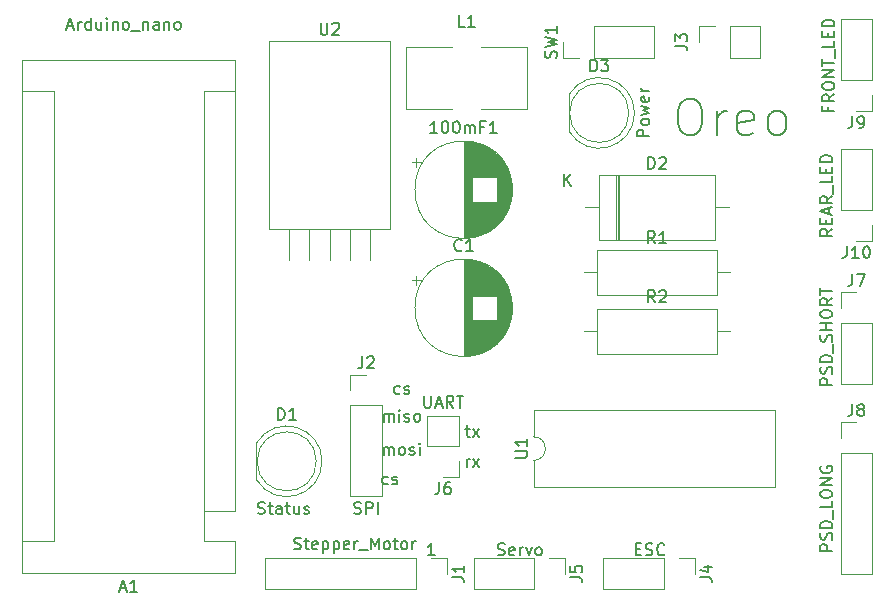
<source format=gto>
G04 #@! TF.GenerationSoftware,KiCad,Pcbnew,5.1.2-f72e74a~84~ubuntu18.04.1*
G04 #@! TF.CreationDate,2019-07-17T16:29:59+09:00*
G04 #@! TF.ProjectId,OreoMotorController,4f72656f-4d6f-4746-9f72-436f6e74726f,rev?*
G04 #@! TF.SameCoordinates,Original*
G04 #@! TF.FileFunction,Legend,Top*
G04 #@! TF.FilePolarity,Positive*
%FSLAX46Y46*%
G04 Gerber Fmt 4.6, Leading zero omitted, Abs format (unit mm)*
G04 Created by KiCad (PCBNEW 5.1.2-f72e74a~84~ubuntu18.04.1) date 2019-07-17 16:29:59*
%MOMM*%
%LPD*%
G04 APERTURE LIST*
%ADD10C,0.150000*%
%ADD11C,0.120000*%
G04 APERTURE END LIST*
D10*
X133309523Y-165428571D02*
X133642857Y-165428571D01*
X133785714Y-165952380D02*
X133309523Y-165952380D01*
X133309523Y-164952380D01*
X133785714Y-164952380D01*
X134166666Y-165904761D02*
X134309523Y-165952380D01*
X134547619Y-165952380D01*
X134642857Y-165904761D01*
X134690476Y-165857142D01*
X134738095Y-165761904D01*
X134738095Y-165666666D01*
X134690476Y-165571428D01*
X134642857Y-165523809D01*
X134547619Y-165476190D01*
X134357142Y-165428571D01*
X134261904Y-165380952D01*
X134214285Y-165333333D01*
X134166666Y-165238095D01*
X134166666Y-165142857D01*
X134214285Y-165047619D01*
X134261904Y-165000000D01*
X134357142Y-164952380D01*
X134595238Y-164952380D01*
X134738095Y-165000000D01*
X135738095Y-165857142D02*
X135690476Y-165904761D01*
X135547619Y-165952380D01*
X135452380Y-165952380D01*
X135309523Y-165904761D01*
X135214285Y-165809523D01*
X135166666Y-165714285D01*
X135119047Y-165523809D01*
X135119047Y-165380952D01*
X135166666Y-165190476D01*
X135214285Y-165095238D01*
X135309523Y-165000000D01*
X135452380Y-164952380D01*
X135547619Y-164952380D01*
X135690476Y-165000000D01*
X135738095Y-165047619D01*
X116285714Y-165952380D02*
X115714285Y-165952380D01*
X116000000Y-165952380D02*
X116000000Y-164952380D01*
X115904761Y-165095238D01*
X115809523Y-165190476D01*
X115714285Y-165238095D01*
X118904761Y-155285714D02*
X119285714Y-155285714D01*
X119047619Y-154952380D02*
X119047619Y-155809523D01*
X119095238Y-155904761D01*
X119190476Y-155952380D01*
X119285714Y-155952380D01*
X119523809Y-155952380D02*
X120047619Y-155285714D01*
X119523809Y-155285714D02*
X120047619Y-155952380D01*
X119023809Y-158452380D02*
X119023809Y-157785714D01*
X119023809Y-157976190D02*
X119071428Y-157880952D01*
X119119047Y-157833333D01*
X119214285Y-157785714D01*
X119309523Y-157785714D01*
X119547619Y-158452380D02*
X120071428Y-157785714D01*
X119547619Y-157785714D02*
X120071428Y-158452380D01*
X115404761Y-152452380D02*
X115404761Y-153261904D01*
X115452380Y-153357142D01*
X115500000Y-153404761D01*
X115595238Y-153452380D01*
X115785714Y-153452380D01*
X115880952Y-153404761D01*
X115928571Y-153357142D01*
X115976190Y-153261904D01*
X115976190Y-152452380D01*
X116404761Y-153166666D02*
X116880952Y-153166666D01*
X116309523Y-153452380D02*
X116642857Y-152452380D01*
X116976190Y-153452380D01*
X117880952Y-153452380D02*
X117547619Y-152976190D01*
X117309523Y-153452380D02*
X117309523Y-152452380D01*
X117690476Y-152452380D01*
X117785714Y-152500000D01*
X117833333Y-152547619D01*
X117880952Y-152642857D01*
X117880952Y-152785714D01*
X117833333Y-152880952D01*
X117785714Y-152928571D01*
X117690476Y-152976190D01*
X117309523Y-152976190D01*
X118166666Y-152452380D02*
X118738095Y-152452380D01*
X118452380Y-153452380D02*
X118452380Y-152452380D01*
X112333333Y-159904761D02*
X112238095Y-159952380D01*
X112047619Y-159952380D01*
X111952380Y-159904761D01*
X111904761Y-159857142D01*
X111857142Y-159761904D01*
X111857142Y-159476190D01*
X111904761Y-159380952D01*
X111952380Y-159333333D01*
X112047619Y-159285714D01*
X112238095Y-159285714D01*
X112333333Y-159333333D01*
X112714285Y-159904761D02*
X112809523Y-159952380D01*
X113000000Y-159952380D01*
X113095238Y-159904761D01*
X113142857Y-159809523D01*
X113142857Y-159761904D01*
X113095238Y-159666666D01*
X113000000Y-159619047D01*
X112857142Y-159619047D01*
X112761904Y-159571428D01*
X112714285Y-159476190D01*
X112714285Y-159428571D01*
X112761904Y-159333333D01*
X112857142Y-159285714D01*
X113000000Y-159285714D01*
X113095238Y-159333333D01*
X111976190Y-157452380D02*
X111976190Y-156785714D01*
X111976190Y-156880952D02*
X112023809Y-156833333D01*
X112119047Y-156785714D01*
X112261904Y-156785714D01*
X112357142Y-156833333D01*
X112404761Y-156928571D01*
X112404761Y-157452380D01*
X112404761Y-156928571D02*
X112452380Y-156833333D01*
X112547619Y-156785714D01*
X112690476Y-156785714D01*
X112785714Y-156833333D01*
X112833333Y-156928571D01*
X112833333Y-157452380D01*
X113452380Y-157452380D02*
X113357142Y-157404761D01*
X113309523Y-157357142D01*
X113261904Y-157261904D01*
X113261904Y-156976190D01*
X113309523Y-156880952D01*
X113357142Y-156833333D01*
X113452380Y-156785714D01*
X113595238Y-156785714D01*
X113690476Y-156833333D01*
X113738095Y-156880952D01*
X113785714Y-156976190D01*
X113785714Y-157261904D01*
X113738095Y-157357142D01*
X113690476Y-157404761D01*
X113595238Y-157452380D01*
X113452380Y-157452380D01*
X114166666Y-157404761D02*
X114261904Y-157452380D01*
X114452380Y-157452380D01*
X114547619Y-157404761D01*
X114595238Y-157309523D01*
X114595238Y-157261904D01*
X114547619Y-157166666D01*
X114452380Y-157119047D01*
X114309523Y-157119047D01*
X114214285Y-157071428D01*
X114166666Y-156976190D01*
X114166666Y-156928571D01*
X114214285Y-156833333D01*
X114309523Y-156785714D01*
X114452380Y-156785714D01*
X114547619Y-156833333D01*
X115023809Y-157452380D02*
X115023809Y-156785714D01*
X115023809Y-156452380D02*
X114976190Y-156500000D01*
X115023809Y-156547619D01*
X115071428Y-156500000D01*
X115023809Y-156452380D01*
X115023809Y-156547619D01*
X111976190Y-154627380D02*
X111976190Y-153960714D01*
X111976190Y-154055952D02*
X112023809Y-154008333D01*
X112119047Y-153960714D01*
X112261904Y-153960714D01*
X112357142Y-154008333D01*
X112404761Y-154103571D01*
X112404761Y-154627380D01*
X112404761Y-154103571D02*
X112452380Y-154008333D01*
X112547619Y-153960714D01*
X112690476Y-153960714D01*
X112785714Y-154008333D01*
X112833333Y-154103571D01*
X112833333Y-154627380D01*
X113309523Y-154627380D02*
X113309523Y-153960714D01*
X113309523Y-153627380D02*
X113261904Y-153675000D01*
X113309523Y-153722619D01*
X113357142Y-153675000D01*
X113309523Y-153627380D01*
X113309523Y-153722619D01*
X113738095Y-154579761D02*
X113833333Y-154627380D01*
X114023809Y-154627380D01*
X114119047Y-154579761D01*
X114166666Y-154484523D01*
X114166666Y-154436904D01*
X114119047Y-154341666D01*
X114023809Y-154294047D01*
X113880952Y-154294047D01*
X113785714Y-154246428D01*
X113738095Y-154151190D01*
X113738095Y-154103571D01*
X113785714Y-154008333D01*
X113880952Y-153960714D01*
X114023809Y-153960714D01*
X114119047Y-154008333D01*
X114738095Y-154627380D02*
X114642857Y-154579761D01*
X114595238Y-154532142D01*
X114547619Y-154436904D01*
X114547619Y-154151190D01*
X114595238Y-154055952D01*
X114642857Y-154008333D01*
X114738095Y-153960714D01*
X114880952Y-153960714D01*
X114976190Y-154008333D01*
X115023809Y-154055952D01*
X115071428Y-154151190D01*
X115071428Y-154436904D01*
X115023809Y-154532142D01*
X114976190Y-154579761D01*
X114880952Y-154627380D01*
X114738095Y-154627380D01*
X113333333Y-152254761D02*
X113238095Y-152302380D01*
X113047619Y-152302380D01*
X112952380Y-152254761D01*
X112904761Y-152207142D01*
X112857142Y-152111904D01*
X112857142Y-151826190D01*
X112904761Y-151730952D01*
X112952380Y-151683333D01*
X113047619Y-151635714D01*
X113238095Y-151635714D01*
X113333333Y-151683333D01*
X113714285Y-152254761D02*
X113809523Y-152302380D01*
X114000000Y-152302380D01*
X114095238Y-152254761D01*
X114142857Y-152159523D01*
X114142857Y-152111904D01*
X114095238Y-152016666D01*
X114000000Y-151969047D01*
X113857142Y-151969047D01*
X113761904Y-151921428D01*
X113714285Y-151826190D01*
X113714285Y-151778571D01*
X113761904Y-151683333D01*
X113857142Y-151635714D01*
X114000000Y-151635714D01*
X114095238Y-151683333D01*
X109476190Y-162404761D02*
X109619047Y-162452380D01*
X109857142Y-162452380D01*
X109952380Y-162404761D01*
X110000000Y-162357142D01*
X110047619Y-162261904D01*
X110047619Y-162166666D01*
X110000000Y-162071428D01*
X109952380Y-162023809D01*
X109857142Y-161976190D01*
X109666666Y-161928571D01*
X109571428Y-161880952D01*
X109523809Y-161833333D01*
X109476190Y-161738095D01*
X109476190Y-161642857D01*
X109523809Y-161547619D01*
X109571428Y-161500000D01*
X109666666Y-161452380D01*
X109904761Y-161452380D01*
X110047619Y-161500000D01*
X110476190Y-162452380D02*
X110476190Y-161452380D01*
X110857142Y-161452380D01*
X110952380Y-161500000D01*
X111000000Y-161547619D01*
X111047619Y-161642857D01*
X111047619Y-161785714D01*
X111000000Y-161880952D01*
X110952380Y-161928571D01*
X110857142Y-161976190D01*
X110476190Y-161976190D01*
X111476190Y-162452380D02*
X111476190Y-161452380D01*
X101333333Y-162404761D02*
X101476190Y-162452380D01*
X101714285Y-162452380D01*
X101809523Y-162404761D01*
X101857142Y-162357142D01*
X101904761Y-162261904D01*
X101904761Y-162166666D01*
X101857142Y-162071428D01*
X101809523Y-162023809D01*
X101714285Y-161976190D01*
X101523809Y-161928571D01*
X101428571Y-161880952D01*
X101380952Y-161833333D01*
X101333333Y-161738095D01*
X101333333Y-161642857D01*
X101380952Y-161547619D01*
X101428571Y-161500000D01*
X101523809Y-161452380D01*
X101761904Y-161452380D01*
X101904761Y-161500000D01*
X102190476Y-161785714D02*
X102571428Y-161785714D01*
X102333333Y-161452380D02*
X102333333Y-162309523D01*
X102380952Y-162404761D01*
X102476190Y-162452380D01*
X102571428Y-162452380D01*
X103333333Y-162452380D02*
X103333333Y-161928571D01*
X103285714Y-161833333D01*
X103190476Y-161785714D01*
X103000000Y-161785714D01*
X102904761Y-161833333D01*
X103333333Y-162404761D02*
X103238095Y-162452380D01*
X103000000Y-162452380D01*
X102904761Y-162404761D01*
X102857142Y-162309523D01*
X102857142Y-162214285D01*
X102904761Y-162119047D01*
X103000000Y-162071428D01*
X103238095Y-162071428D01*
X103333333Y-162023809D01*
X103666666Y-161785714D02*
X104047619Y-161785714D01*
X103809523Y-161452380D02*
X103809523Y-162309523D01*
X103857142Y-162404761D01*
X103952380Y-162452380D01*
X104047619Y-162452380D01*
X104809523Y-161785714D02*
X104809523Y-162452380D01*
X104380952Y-161785714D02*
X104380952Y-162309523D01*
X104428571Y-162404761D01*
X104523809Y-162452380D01*
X104666666Y-162452380D01*
X104761904Y-162404761D01*
X104809523Y-162357142D01*
X105238095Y-162404761D02*
X105333333Y-162452380D01*
X105523809Y-162452380D01*
X105619047Y-162404761D01*
X105666666Y-162309523D01*
X105666666Y-162261904D01*
X105619047Y-162166666D01*
X105523809Y-162119047D01*
X105380952Y-162119047D01*
X105285714Y-162071428D01*
X105238095Y-161976190D01*
X105238095Y-161928571D01*
X105285714Y-161833333D01*
X105380952Y-161785714D01*
X105523809Y-161785714D01*
X105619047Y-161833333D01*
X134452380Y-130476190D02*
X133452380Y-130476190D01*
X133452380Y-130095238D01*
X133500000Y-130000000D01*
X133547619Y-129952380D01*
X133642857Y-129904761D01*
X133785714Y-129904761D01*
X133880952Y-129952380D01*
X133928571Y-130000000D01*
X133976190Y-130095238D01*
X133976190Y-130476190D01*
X134452380Y-129333333D02*
X134404761Y-129428571D01*
X134357142Y-129476190D01*
X134261904Y-129523809D01*
X133976190Y-129523809D01*
X133880952Y-129476190D01*
X133833333Y-129428571D01*
X133785714Y-129333333D01*
X133785714Y-129190476D01*
X133833333Y-129095238D01*
X133880952Y-129047619D01*
X133976190Y-129000000D01*
X134261904Y-129000000D01*
X134357142Y-129047619D01*
X134404761Y-129095238D01*
X134452380Y-129190476D01*
X134452380Y-129333333D01*
X133785714Y-128666666D02*
X134452380Y-128476190D01*
X133976190Y-128285714D01*
X134452380Y-128095238D01*
X133785714Y-127904761D01*
X134404761Y-127142857D02*
X134452380Y-127238095D01*
X134452380Y-127428571D01*
X134404761Y-127523809D01*
X134309523Y-127571428D01*
X133928571Y-127571428D01*
X133833333Y-127523809D01*
X133785714Y-127428571D01*
X133785714Y-127238095D01*
X133833333Y-127142857D01*
X133928571Y-127095238D01*
X134023809Y-127095238D01*
X134119047Y-127571428D01*
X134452380Y-126666666D02*
X133785714Y-126666666D01*
X133976190Y-126666666D02*
X133880952Y-126619047D01*
X133833333Y-126571428D01*
X133785714Y-126476190D01*
X133785714Y-126380952D01*
X149603571Y-128023809D02*
X149603571Y-128357142D01*
X150127380Y-128357142D02*
X149127380Y-128357142D01*
X149127380Y-127880952D01*
X150127380Y-126928571D02*
X149651190Y-127261904D01*
X150127380Y-127500000D02*
X149127380Y-127500000D01*
X149127380Y-127119047D01*
X149175000Y-127023809D01*
X149222619Y-126976190D01*
X149317857Y-126928571D01*
X149460714Y-126928571D01*
X149555952Y-126976190D01*
X149603571Y-127023809D01*
X149651190Y-127119047D01*
X149651190Y-127500000D01*
X149127380Y-126309523D02*
X149127380Y-126119047D01*
X149175000Y-126023809D01*
X149270238Y-125928571D01*
X149460714Y-125880952D01*
X149794047Y-125880952D01*
X149984523Y-125928571D01*
X150079761Y-126023809D01*
X150127380Y-126119047D01*
X150127380Y-126309523D01*
X150079761Y-126404761D01*
X149984523Y-126500000D01*
X149794047Y-126547619D01*
X149460714Y-126547619D01*
X149270238Y-126500000D01*
X149175000Y-126404761D01*
X149127380Y-126309523D01*
X150127380Y-125452380D02*
X149127380Y-125452380D01*
X150127380Y-124880952D01*
X149127380Y-124880952D01*
X149127380Y-124547619D02*
X149127380Y-123976190D01*
X150127380Y-124261904D02*
X149127380Y-124261904D01*
X150222619Y-123880952D02*
X150222619Y-123119047D01*
X150127380Y-122404761D02*
X150127380Y-122880952D01*
X149127380Y-122880952D01*
X149603571Y-122071428D02*
X149603571Y-121738095D01*
X150127380Y-121595238D02*
X150127380Y-122071428D01*
X149127380Y-122071428D01*
X149127380Y-121595238D01*
X150127380Y-121166666D02*
X149127380Y-121166666D01*
X149127380Y-120928571D01*
X149175000Y-120785714D01*
X149270238Y-120690476D01*
X149365476Y-120642857D01*
X149555952Y-120595238D01*
X149698809Y-120595238D01*
X149889285Y-120642857D01*
X149984523Y-120690476D01*
X150079761Y-120785714D01*
X150127380Y-120928571D01*
X150127380Y-121166666D01*
X149952380Y-138309523D02*
X149476190Y-138642857D01*
X149952380Y-138880952D02*
X148952380Y-138880952D01*
X148952380Y-138500000D01*
X149000000Y-138404761D01*
X149047619Y-138357142D01*
X149142857Y-138309523D01*
X149285714Y-138309523D01*
X149380952Y-138357142D01*
X149428571Y-138404761D01*
X149476190Y-138500000D01*
X149476190Y-138880952D01*
X149428571Y-137880952D02*
X149428571Y-137547619D01*
X149952380Y-137404761D02*
X149952380Y-137880952D01*
X148952380Y-137880952D01*
X148952380Y-137404761D01*
X149666666Y-137023809D02*
X149666666Y-136547619D01*
X149952380Y-137119047D02*
X148952380Y-136785714D01*
X149952380Y-136452380D01*
X149952380Y-135547619D02*
X149476190Y-135880952D01*
X149952380Y-136119047D02*
X148952380Y-136119047D01*
X148952380Y-135738095D01*
X149000000Y-135642857D01*
X149047619Y-135595238D01*
X149142857Y-135547619D01*
X149285714Y-135547619D01*
X149380952Y-135595238D01*
X149428571Y-135642857D01*
X149476190Y-135738095D01*
X149476190Y-136119047D01*
X150047619Y-135357142D02*
X150047619Y-134595238D01*
X149952380Y-133880952D02*
X149952380Y-134357142D01*
X148952380Y-134357142D01*
X149428571Y-133547619D02*
X149428571Y-133214285D01*
X149952380Y-133071428D02*
X149952380Y-133547619D01*
X148952380Y-133547619D01*
X148952380Y-133071428D01*
X149952380Y-132642857D02*
X148952380Y-132642857D01*
X148952380Y-132404761D01*
X149000000Y-132261904D01*
X149095238Y-132166666D01*
X149190476Y-132119047D01*
X149380952Y-132071428D01*
X149523809Y-132071428D01*
X149714285Y-132119047D01*
X149809523Y-132166666D01*
X149904761Y-132261904D01*
X149952380Y-132404761D01*
X149952380Y-132642857D01*
X149952380Y-151523809D02*
X148952380Y-151523809D01*
X148952380Y-151142857D01*
X149000000Y-151047619D01*
X149047619Y-151000000D01*
X149142857Y-150952380D01*
X149285714Y-150952380D01*
X149380952Y-151000000D01*
X149428571Y-151047619D01*
X149476190Y-151142857D01*
X149476190Y-151523809D01*
X149904761Y-150571428D02*
X149952380Y-150428571D01*
X149952380Y-150190476D01*
X149904761Y-150095238D01*
X149857142Y-150047619D01*
X149761904Y-150000000D01*
X149666666Y-150000000D01*
X149571428Y-150047619D01*
X149523809Y-150095238D01*
X149476190Y-150190476D01*
X149428571Y-150380952D01*
X149380952Y-150476190D01*
X149333333Y-150523809D01*
X149238095Y-150571428D01*
X149142857Y-150571428D01*
X149047619Y-150523809D01*
X149000000Y-150476190D01*
X148952380Y-150380952D01*
X148952380Y-150142857D01*
X149000000Y-150000000D01*
X149952380Y-149571428D02*
X148952380Y-149571428D01*
X148952380Y-149333333D01*
X149000000Y-149190476D01*
X149095238Y-149095238D01*
X149190476Y-149047619D01*
X149380952Y-149000000D01*
X149523809Y-149000000D01*
X149714285Y-149047619D01*
X149809523Y-149095238D01*
X149904761Y-149190476D01*
X149952380Y-149333333D01*
X149952380Y-149571428D01*
X150047619Y-148809523D02*
X150047619Y-148047619D01*
X149904761Y-147857142D02*
X149952380Y-147714285D01*
X149952380Y-147476190D01*
X149904761Y-147380952D01*
X149857142Y-147333333D01*
X149761904Y-147285714D01*
X149666666Y-147285714D01*
X149571428Y-147333333D01*
X149523809Y-147380952D01*
X149476190Y-147476190D01*
X149428571Y-147666666D01*
X149380952Y-147761904D01*
X149333333Y-147809523D01*
X149238095Y-147857142D01*
X149142857Y-147857142D01*
X149047619Y-147809523D01*
X149000000Y-147761904D01*
X148952380Y-147666666D01*
X148952380Y-147428571D01*
X149000000Y-147285714D01*
X149952380Y-146857142D02*
X148952380Y-146857142D01*
X149428571Y-146857142D02*
X149428571Y-146285714D01*
X149952380Y-146285714D02*
X148952380Y-146285714D01*
X148952380Y-145619047D02*
X148952380Y-145428571D01*
X149000000Y-145333333D01*
X149095238Y-145238095D01*
X149285714Y-145190476D01*
X149619047Y-145190476D01*
X149809523Y-145238095D01*
X149904761Y-145333333D01*
X149952380Y-145428571D01*
X149952380Y-145619047D01*
X149904761Y-145714285D01*
X149809523Y-145809523D01*
X149619047Y-145857142D01*
X149285714Y-145857142D01*
X149095238Y-145809523D01*
X149000000Y-145714285D01*
X148952380Y-145619047D01*
X149952380Y-144190476D02*
X149476190Y-144523809D01*
X149952380Y-144761904D02*
X148952380Y-144761904D01*
X148952380Y-144380952D01*
X149000000Y-144285714D01*
X149047619Y-144238095D01*
X149142857Y-144190476D01*
X149285714Y-144190476D01*
X149380952Y-144238095D01*
X149428571Y-144285714D01*
X149476190Y-144380952D01*
X149476190Y-144761904D01*
X148952380Y-143904761D02*
X148952380Y-143333333D01*
X149952380Y-143619047D02*
X148952380Y-143619047D01*
X149952380Y-165571428D02*
X148952380Y-165571428D01*
X148952380Y-165190476D01*
X149000000Y-165095238D01*
X149047619Y-165047619D01*
X149142857Y-165000000D01*
X149285714Y-165000000D01*
X149380952Y-165047619D01*
X149428571Y-165095238D01*
X149476190Y-165190476D01*
X149476190Y-165571428D01*
X149904761Y-164619047D02*
X149952380Y-164476190D01*
X149952380Y-164238095D01*
X149904761Y-164142857D01*
X149857142Y-164095238D01*
X149761904Y-164047619D01*
X149666666Y-164047619D01*
X149571428Y-164095238D01*
X149523809Y-164142857D01*
X149476190Y-164238095D01*
X149428571Y-164428571D01*
X149380952Y-164523809D01*
X149333333Y-164571428D01*
X149238095Y-164619047D01*
X149142857Y-164619047D01*
X149047619Y-164571428D01*
X149000000Y-164523809D01*
X148952380Y-164428571D01*
X148952380Y-164190476D01*
X149000000Y-164047619D01*
X149952380Y-163619047D02*
X148952380Y-163619047D01*
X148952380Y-163380952D01*
X149000000Y-163238095D01*
X149095238Y-163142857D01*
X149190476Y-163095238D01*
X149380952Y-163047619D01*
X149523809Y-163047619D01*
X149714285Y-163095238D01*
X149809523Y-163142857D01*
X149904761Y-163238095D01*
X149952380Y-163380952D01*
X149952380Y-163619047D01*
X150047619Y-162857142D02*
X150047619Y-162095238D01*
X149952380Y-161380952D02*
X149952380Y-161857142D01*
X148952380Y-161857142D01*
X148952380Y-160857142D02*
X148952380Y-160666666D01*
X149000000Y-160571428D01*
X149095238Y-160476190D01*
X149285714Y-160428571D01*
X149619047Y-160428571D01*
X149809523Y-160476190D01*
X149904761Y-160571428D01*
X149952380Y-160666666D01*
X149952380Y-160857142D01*
X149904761Y-160952380D01*
X149809523Y-161047619D01*
X149619047Y-161095238D01*
X149285714Y-161095238D01*
X149095238Y-161047619D01*
X149000000Y-160952380D01*
X148952380Y-160857142D01*
X149952380Y-160000000D02*
X148952380Y-160000000D01*
X149952380Y-159428571D01*
X148952380Y-159428571D01*
X149000000Y-158428571D02*
X148952380Y-158523809D01*
X148952380Y-158666666D01*
X149000000Y-158809523D01*
X149095238Y-158904761D01*
X149190476Y-158952380D01*
X149380952Y-159000000D01*
X149523809Y-159000000D01*
X149714285Y-158952380D01*
X149809523Y-158904761D01*
X149904761Y-158809523D01*
X149952380Y-158666666D01*
X149952380Y-158571428D01*
X149904761Y-158428571D01*
X149857142Y-158380952D01*
X149523809Y-158380952D01*
X149523809Y-158571428D01*
X137642857Y-127357142D02*
X138214285Y-127357142D01*
X138500000Y-127500000D01*
X138785714Y-127785714D01*
X138928571Y-128357142D01*
X138928571Y-129357142D01*
X138785714Y-129928571D01*
X138500000Y-130214285D01*
X138214285Y-130357142D01*
X137642857Y-130357142D01*
X137357142Y-130214285D01*
X137071428Y-129928571D01*
X136928571Y-129357142D01*
X136928571Y-128357142D01*
X137071428Y-127785714D01*
X137357142Y-127500000D01*
X137642857Y-127357142D01*
X140214285Y-130357142D02*
X140214285Y-128357142D01*
X140214285Y-128928571D02*
X140357142Y-128642857D01*
X140500000Y-128500000D01*
X140785714Y-128357142D01*
X141071428Y-128357142D01*
X143214285Y-130214285D02*
X142928571Y-130357142D01*
X142357142Y-130357142D01*
X142071428Y-130214285D01*
X141928571Y-129928571D01*
X141928571Y-128785714D01*
X142071428Y-128500000D01*
X142357142Y-128357142D01*
X142928571Y-128357142D01*
X143214285Y-128500000D01*
X143357142Y-128785714D01*
X143357142Y-129071428D01*
X141928571Y-129357142D01*
X145071428Y-130357142D02*
X144785714Y-130214285D01*
X144642857Y-130071428D01*
X144500000Y-129785714D01*
X144500000Y-128928571D01*
X144642857Y-128642857D01*
X144785714Y-128500000D01*
X145071428Y-128357142D01*
X145500000Y-128357142D01*
X145785714Y-128500000D01*
X145928571Y-128642857D01*
X146071428Y-128928571D01*
X146071428Y-129785714D01*
X145928571Y-130071428D01*
X145785714Y-130214285D01*
X145500000Y-130357142D01*
X145071428Y-130357142D01*
X85214285Y-121166666D02*
X85690476Y-121166666D01*
X85119047Y-121452380D02*
X85452380Y-120452380D01*
X85785714Y-121452380D01*
X86119047Y-121452380D02*
X86119047Y-120785714D01*
X86119047Y-120976190D02*
X86166666Y-120880952D01*
X86214285Y-120833333D01*
X86309523Y-120785714D01*
X86404761Y-120785714D01*
X87166666Y-121452380D02*
X87166666Y-120452380D01*
X87166666Y-121404761D02*
X87071428Y-121452380D01*
X86880952Y-121452380D01*
X86785714Y-121404761D01*
X86738095Y-121357142D01*
X86690476Y-121261904D01*
X86690476Y-120976190D01*
X86738095Y-120880952D01*
X86785714Y-120833333D01*
X86880952Y-120785714D01*
X87071428Y-120785714D01*
X87166666Y-120833333D01*
X88071428Y-120785714D02*
X88071428Y-121452380D01*
X87642857Y-120785714D02*
X87642857Y-121309523D01*
X87690476Y-121404761D01*
X87785714Y-121452380D01*
X87928571Y-121452380D01*
X88023809Y-121404761D01*
X88071428Y-121357142D01*
X88547619Y-121452380D02*
X88547619Y-120785714D01*
X88547619Y-120452380D02*
X88500000Y-120500000D01*
X88547619Y-120547619D01*
X88595238Y-120500000D01*
X88547619Y-120452380D01*
X88547619Y-120547619D01*
X89023809Y-120785714D02*
X89023809Y-121452380D01*
X89023809Y-120880952D02*
X89071428Y-120833333D01*
X89166666Y-120785714D01*
X89309523Y-120785714D01*
X89404761Y-120833333D01*
X89452380Y-120928571D01*
X89452380Y-121452380D01*
X90071428Y-121452380D02*
X89976190Y-121404761D01*
X89928571Y-121357142D01*
X89880952Y-121261904D01*
X89880952Y-120976190D01*
X89928571Y-120880952D01*
X89976190Y-120833333D01*
X90071428Y-120785714D01*
X90214285Y-120785714D01*
X90309523Y-120833333D01*
X90357142Y-120880952D01*
X90404761Y-120976190D01*
X90404761Y-121261904D01*
X90357142Y-121357142D01*
X90309523Y-121404761D01*
X90214285Y-121452380D01*
X90071428Y-121452380D01*
X90595238Y-121547619D02*
X91357142Y-121547619D01*
X91595238Y-120785714D02*
X91595238Y-121452380D01*
X91595238Y-120880952D02*
X91642857Y-120833333D01*
X91738095Y-120785714D01*
X91880952Y-120785714D01*
X91976190Y-120833333D01*
X92023809Y-120928571D01*
X92023809Y-121452380D01*
X92928571Y-121452380D02*
X92928571Y-120928571D01*
X92880952Y-120833333D01*
X92785714Y-120785714D01*
X92595238Y-120785714D01*
X92500000Y-120833333D01*
X92928571Y-121404761D02*
X92833333Y-121452380D01*
X92595238Y-121452380D01*
X92500000Y-121404761D01*
X92452380Y-121309523D01*
X92452380Y-121214285D01*
X92500000Y-121119047D01*
X92595238Y-121071428D01*
X92833333Y-121071428D01*
X92928571Y-121023809D01*
X93404761Y-120785714D02*
X93404761Y-121452380D01*
X93404761Y-120880952D02*
X93452380Y-120833333D01*
X93547619Y-120785714D01*
X93690476Y-120785714D01*
X93785714Y-120833333D01*
X93833333Y-120928571D01*
X93833333Y-121452380D01*
X94452380Y-121452380D02*
X94357142Y-121404761D01*
X94309523Y-121357142D01*
X94261904Y-121261904D01*
X94261904Y-120976190D01*
X94309523Y-120880952D01*
X94357142Y-120833333D01*
X94452380Y-120785714D01*
X94595238Y-120785714D01*
X94690476Y-120833333D01*
X94738095Y-120880952D01*
X94785714Y-120976190D01*
X94785714Y-121261904D01*
X94738095Y-121357142D01*
X94690476Y-121404761D01*
X94595238Y-121452380D01*
X94452380Y-121452380D01*
X121642857Y-165904761D02*
X121785714Y-165952380D01*
X122023809Y-165952380D01*
X122119047Y-165904761D01*
X122166666Y-165857142D01*
X122214285Y-165761904D01*
X122214285Y-165666666D01*
X122166666Y-165571428D01*
X122119047Y-165523809D01*
X122023809Y-165476190D01*
X121833333Y-165428571D01*
X121738095Y-165380952D01*
X121690476Y-165333333D01*
X121642857Y-165238095D01*
X121642857Y-165142857D01*
X121690476Y-165047619D01*
X121738095Y-165000000D01*
X121833333Y-164952380D01*
X122071428Y-164952380D01*
X122214285Y-165000000D01*
X123023809Y-165904761D02*
X122928571Y-165952380D01*
X122738095Y-165952380D01*
X122642857Y-165904761D01*
X122595238Y-165809523D01*
X122595238Y-165428571D01*
X122642857Y-165333333D01*
X122738095Y-165285714D01*
X122928571Y-165285714D01*
X123023809Y-165333333D01*
X123071428Y-165428571D01*
X123071428Y-165523809D01*
X122595238Y-165619047D01*
X123500000Y-165952380D02*
X123500000Y-165285714D01*
X123500000Y-165476190D02*
X123547619Y-165380952D01*
X123595238Y-165333333D01*
X123690476Y-165285714D01*
X123785714Y-165285714D01*
X124023809Y-165285714D02*
X124261904Y-165952380D01*
X124500000Y-165285714D01*
X125023809Y-165952380D02*
X124928571Y-165904761D01*
X124880952Y-165857142D01*
X124833333Y-165761904D01*
X124833333Y-165476190D01*
X124880952Y-165380952D01*
X124928571Y-165333333D01*
X125023809Y-165285714D01*
X125166666Y-165285714D01*
X125261904Y-165333333D01*
X125309523Y-165380952D01*
X125357142Y-165476190D01*
X125357142Y-165761904D01*
X125309523Y-165857142D01*
X125261904Y-165904761D01*
X125166666Y-165952380D01*
X125023809Y-165952380D01*
X104404761Y-165404761D02*
X104547619Y-165452380D01*
X104785714Y-165452380D01*
X104880952Y-165404761D01*
X104928571Y-165357142D01*
X104976190Y-165261904D01*
X104976190Y-165166666D01*
X104928571Y-165071428D01*
X104880952Y-165023809D01*
X104785714Y-164976190D01*
X104595238Y-164928571D01*
X104500000Y-164880952D01*
X104452380Y-164833333D01*
X104404761Y-164738095D01*
X104404761Y-164642857D01*
X104452380Y-164547619D01*
X104500000Y-164500000D01*
X104595238Y-164452380D01*
X104833333Y-164452380D01*
X104976190Y-164500000D01*
X105261904Y-164785714D02*
X105642857Y-164785714D01*
X105404761Y-164452380D02*
X105404761Y-165309523D01*
X105452380Y-165404761D01*
X105547619Y-165452380D01*
X105642857Y-165452380D01*
X106357142Y-165404761D02*
X106261904Y-165452380D01*
X106071428Y-165452380D01*
X105976190Y-165404761D01*
X105928571Y-165309523D01*
X105928571Y-164928571D01*
X105976190Y-164833333D01*
X106071428Y-164785714D01*
X106261904Y-164785714D01*
X106357142Y-164833333D01*
X106404761Y-164928571D01*
X106404761Y-165023809D01*
X105928571Y-165119047D01*
X106833333Y-164785714D02*
X106833333Y-165785714D01*
X106833333Y-164833333D02*
X106928571Y-164785714D01*
X107119047Y-164785714D01*
X107214285Y-164833333D01*
X107261904Y-164880952D01*
X107309523Y-164976190D01*
X107309523Y-165261904D01*
X107261904Y-165357142D01*
X107214285Y-165404761D01*
X107119047Y-165452380D01*
X106928571Y-165452380D01*
X106833333Y-165404761D01*
X107738095Y-164785714D02*
X107738095Y-165785714D01*
X107738095Y-164833333D02*
X107833333Y-164785714D01*
X108023809Y-164785714D01*
X108119047Y-164833333D01*
X108166666Y-164880952D01*
X108214285Y-164976190D01*
X108214285Y-165261904D01*
X108166666Y-165357142D01*
X108119047Y-165404761D01*
X108023809Y-165452380D01*
X107833333Y-165452380D01*
X107738095Y-165404761D01*
X109023809Y-165404761D02*
X108928571Y-165452380D01*
X108738095Y-165452380D01*
X108642857Y-165404761D01*
X108595238Y-165309523D01*
X108595238Y-164928571D01*
X108642857Y-164833333D01*
X108738095Y-164785714D01*
X108928571Y-164785714D01*
X109023809Y-164833333D01*
X109071428Y-164928571D01*
X109071428Y-165023809D01*
X108595238Y-165119047D01*
X109500000Y-165452380D02*
X109500000Y-164785714D01*
X109500000Y-164976190D02*
X109547619Y-164880952D01*
X109595238Y-164833333D01*
X109690476Y-164785714D01*
X109785714Y-164785714D01*
X109880952Y-165547619D02*
X110642857Y-165547619D01*
X110880952Y-165452380D02*
X110880952Y-164452380D01*
X111214285Y-165166666D01*
X111547619Y-164452380D01*
X111547619Y-165452380D01*
X112166666Y-165452380D02*
X112071428Y-165404761D01*
X112023809Y-165357142D01*
X111976190Y-165261904D01*
X111976190Y-164976190D01*
X112023809Y-164880952D01*
X112071428Y-164833333D01*
X112166666Y-164785714D01*
X112309523Y-164785714D01*
X112404761Y-164833333D01*
X112452380Y-164880952D01*
X112500000Y-164976190D01*
X112500000Y-165261904D01*
X112452380Y-165357142D01*
X112404761Y-165404761D01*
X112309523Y-165452380D01*
X112166666Y-165452380D01*
X112785714Y-164785714D02*
X113166666Y-164785714D01*
X112928571Y-164452380D02*
X112928571Y-165309523D01*
X112976190Y-165404761D01*
X113071428Y-165452380D01*
X113166666Y-165452380D01*
X113642857Y-165452380D02*
X113547619Y-165404761D01*
X113500000Y-165357142D01*
X113452380Y-165261904D01*
X113452380Y-164976190D01*
X113500000Y-164880952D01*
X113547619Y-164833333D01*
X113642857Y-164785714D01*
X113785714Y-164785714D01*
X113880952Y-164833333D01*
X113928571Y-164880952D01*
X113976190Y-164976190D01*
X113976190Y-165261904D01*
X113928571Y-165357142D01*
X113880952Y-165404761D01*
X113785714Y-165452380D01*
X113642857Y-165452380D01*
X114404761Y-165452380D02*
X114404761Y-164785714D01*
X114404761Y-164976190D02*
X114452380Y-164880952D01*
X114500000Y-164833333D01*
X114595238Y-164785714D01*
X114690476Y-164785714D01*
D11*
X114740302Y-132285000D02*
X114740302Y-133085000D01*
X114340302Y-132685000D02*
X115140302Y-132685000D01*
X122831000Y-134467000D02*
X122831000Y-135533000D01*
X122791000Y-134232000D02*
X122791000Y-135768000D01*
X122751000Y-134052000D02*
X122751000Y-135948000D01*
X122711000Y-133902000D02*
X122711000Y-136098000D01*
X122671000Y-133771000D02*
X122671000Y-136229000D01*
X122631000Y-133654000D02*
X122631000Y-136346000D01*
X122591000Y-133547000D02*
X122591000Y-136453000D01*
X122551000Y-133448000D02*
X122551000Y-136552000D01*
X122511000Y-133355000D02*
X122511000Y-136645000D01*
X122471000Y-133269000D02*
X122471000Y-136731000D01*
X122431000Y-133187000D02*
X122431000Y-136813000D01*
X122391000Y-133110000D02*
X122391000Y-136890000D01*
X122351000Y-133036000D02*
X122351000Y-136964000D01*
X122311000Y-132966000D02*
X122311000Y-137034000D01*
X122271000Y-132898000D02*
X122271000Y-137102000D01*
X122231000Y-132834000D02*
X122231000Y-137166000D01*
X122191000Y-132772000D02*
X122191000Y-137228000D01*
X122151000Y-132713000D02*
X122151000Y-137287000D01*
X122111000Y-132655000D02*
X122111000Y-137345000D01*
X122071000Y-132600000D02*
X122071000Y-137400000D01*
X122031000Y-132546000D02*
X122031000Y-137454000D01*
X121991000Y-132495000D02*
X121991000Y-137505000D01*
X121951000Y-132444000D02*
X121951000Y-137556000D01*
X121911000Y-132396000D02*
X121911000Y-137604000D01*
X121871000Y-132349000D02*
X121871000Y-137651000D01*
X121831000Y-132303000D02*
X121831000Y-137697000D01*
X121791000Y-132259000D02*
X121791000Y-137741000D01*
X121751000Y-132216000D02*
X121751000Y-137784000D01*
X121711000Y-132174000D02*
X121711000Y-137826000D01*
X121671000Y-132133000D02*
X121671000Y-137867000D01*
X121631000Y-132093000D02*
X121631000Y-137907000D01*
X121591000Y-132055000D02*
X121591000Y-137945000D01*
X121551000Y-132017000D02*
X121551000Y-137983000D01*
X121511000Y-136040000D02*
X121511000Y-138019000D01*
X121511000Y-131981000D02*
X121511000Y-133960000D01*
X121471000Y-136040000D02*
X121471000Y-138055000D01*
X121471000Y-131945000D02*
X121471000Y-133960000D01*
X121431000Y-136040000D02*
X121431000Y-138090000D01*
X121431000Y-131910000D02*
X121431000Y-133960000D01*
X121391000Y-136040000D02*
X121391000Y-138124000D01*
X121391000Y-131876000D02*
X121391000Y-133960000D01*
X121351000Y-136040000D02*
X121351000Y-138156000D01*
X121351000Y-131844000D02*
X121351000Y-133960000D01*
X121311000Y-136040000D02*
X121311000Y-138189000D01*
X121311000Y-131811000D02*
X121311000Y-133960000D01*
X121271000Y-136040000D02*
X121271000Y-138220000D01*
X121271000Y-131780000D02*
X121271000Y-133960000D01*
X121231000Y-136040000D02*
X121231000Y-138250000D01*
X121231000Y-131750000D02*
X121231000Y-133960000D01*
X121191000Y-136040000D02*
X121191000Y-138280000D01*
X121191000Y-131720000D02*
X121191000Y-133960000D01*
X121151000Y-136040000D02*
X121151000Y-138309000D01*
X121151000Y-131691000D02*
X121151000Y-133960000D01*
X121111000Y-136040000D02*
X121111000Y-138338000D01*
X121111000Y-131662000D02*
X121111000Y-133960000D01*
X121071000Y-136040000D02*
X121071000Y-138365000D01*
X121071000Y-131635000D02*
X121071000Y-133960000D01*
X121031000Y-136040000D02*
X121031000Y-138392000D01*
X121031000Y-131608000D02*
X121031000Y-133960000D01*
X120991000Y-136040000D02*
X120991000Y-138418000D01*
X120991000Y-131582000D02*
X120991000Y-133960000D01*
X120951000Y-136040000D02*
X120951000Y-138444000D01*
X120951000Y-131556000D02*
X120951000Y-133960000D01*
X120911000Y-136040000D02*
X120911000Y-138469000D01*
X120911000Y-131531000D02*
X120911000Y-133960000D01*
X120871000Y-136040000D02*
X120871000Y-138493000D01*
X120871000Y-131507000D02*
X120871000Y-133960000D01*
X120831000Y-136040000D02*
X120831000Y-138517000D01*
X120831000Y-131483000D02*
X120831000Y-133960000D01*
X120791000Y-136040000D02*
X120791000Y-138540000D01*
X120791000Y-131460000D02*
X120791000Y-133960000D01*
X120751000Y-136040000D02*
X120751000Y-138562000D01*
X120751000Y-131438000D02*
X120751000Y-133960000D01*
X120711000Y-136040000D02*
X120711000Y-138584000D01*
X120711000Y-131416000D02*
X120711000Y-133960000D01*
X120671000Y-136040000D02*
X120671000Y-138606000D01*
X120671000Y-131394000D02*
X120671000Y-133960000D01*
X120631000Y-136040000D02*
X120631000Y-138627000D01*
X120631000Y-131373000D02*
X120631000Y-133960000D01*
X120591000Y-136040000D02*
X120591000Y-138647000D01*
X120591000Y-131353000D02*
X120591000Y-133960000D01*
X120551000Y-136040000D02*
X120551000Y-138666000D01*
X120551000Y-131334000D02*
X120551000Y-133960000D01*
X120511000Y-136040000D02*
X120511000Y-138686000D01*
X120511000Y-131314000D02*
X120511000Y-133960000D01*
X120471000Y-136040000D02*
X120471000Y-138704000D01*
X120471000Y-131296000D02*
X120471000Y-133960000D01*
X120431000Y-136040000D02*
X120431000Y-138722000D01*
X120431000Y-131278000D02*
X120431000Y-133960000D01*
X120391000Y-136040000D02*
X120391000Y-138740000D01*
X120391000Y-131260000D02*
X120391000Y-133960000D01*
X120351000Y-136040000D02*
X120351000Y-138757000D01*
X120351000Y-131243000D02*
X120351000Y-133960000D01*
X120311000Y-136040000D02*
X120311000Y-138774000D01*
X120311000Y-131226000D02*
X120311000Y-133960000D01*
X120271000Y-136040000D02*
X120271000Y-138790000D01*
X120271000Y-131210000D02*
X120271000Y-133960000D01*
X120231000Y-136040000D02*
X120231000Y-138805000D01*
X120231000Y-131195000D02*
X120231000Y-133960000D01*
X120191000Y-136040000D02*
X120191000Y-138821000D01*
X120191000Y-131179000D02*
X120191000Y-133960000D01*
X120151000Y-136040000D02*
X120151000Y-138835000D01*
X120151000Y-131165000D02*
X120151000Y-133960000D01*
X120111000Y-136040000D02*
X120111000Y-138850000D01*
X120111000Y-131150000D02*
X120111000Y-133960000D01*
X120071000Y-136040000D02*
X120071000Y-138863000D01*
X120071000Y-131137000D02*
X120071000Y-133960000D01*
X120031000Y-136040000D02*
X120031000Y-138877000D01*
X120031000Y-131123000D02*
X120031000Y-133960000D01*
X119991000Y-136040000D02*
X119991000Y-138889000D01*
X119991000Y-131111000D02*
X119991000Y-133960000D01*
X119951000Y-136040000D02*
X119951000Y-138902000D01*
X119951000Y-131098000D02*
X119951000Y-133960000D01*
X119911000Y-136040000D02*
X119911000Y-138914000D01*
X119911000Y-131086000D02*
X119911000Y-133960000D01*
X119871000Y-136040000D02*
X119871000Y-138925000D01*
X119871000Y-131075000D02*
X119871000Y-133960000D01*
X119831000Y-136040000D02*
X119831000Y-138936000D01*
X119831000Y-131064000D02*
X119831000Y-133960000D01*
X119791000Y-136040000D02*
X119791000Y-138947000D01*
X119791000Y-131053000D02*
X119791000Y-133960000D01*
X119751000Y-136040000D02*
X119751000Y-138957000D01*
X119751000Y-131043000D02*
X119751000Y-133960000D01*
X119711000Y-136040000D02*
X119711000Y-138967000D01*
X119711000Y-131033000D02*
X119711000Y-133960000D01*
X119671000Y-136040000D02*
X119671000Y-138976000D01*
X119671000Y-131024000D02*
X119671000Y-133960000D01*
X119631000Y-136040000D02*
X119631000Y-138985000D01*
X119631000Y-131015000D02*
X119631000Y-133960000D01*
X119591000Y-136040000D02*
X119591000Y-138994000D01*
X119591000Y-131006000D02*
X119591000Y-133960000D01*
X119551000Y-136040000D02*
X119551000Y-139002000D01*
X119551000Y-130998000D02*
X119551000Y-133960000D01*
X119511000Y-136040000D02*
X119511000Y-139010000D01*
X119511000Y-130990000D02*
X119511000Y-133960000D01*
X119471000Y-136040000D02*
X119471000Y-139017000D01*
X119471000Y-130983000D02*
X119471000Y-133960000D01*
X119430000Y-130976000D02*
X119430000Y-139024000D01*
X119390000Y-130970000D02*
X119390000Y-139030000D01*
X119350000Y-130963000D02*
X119350000Y-139037000D01*
X119310000Y-130958000D02*
X119310000Y-139042000D01*
X119270000Y-130952000D02*
X119270000Y-139048000D01*
X119230000Y-130948000D02*
X119230000Y-139052000D01*
X119190000Y-130943000D02*
X119190000Y-139057000D01*
X119150000Y-130939000D02*
X119150000Y-139061000D01*
X119110000Y-130935000D02*
X119110000Y-139065000D01*
X119070000Y-130932000D02*
X119070000Y-139068000D01*
X119030000Y-130929000D02*
X119030000Y-139071000D01*
X118990000Y-130926000D02*
X118990000Y-139074000D01*
X118950000Y-130924000D02*
X118950000Y-139076000D01*
X118910000Y-130923000D02*
X118910000Y-139077000D01*
X118870000Y-130921000D02*
X118870000Y-139079000D01*
X118830000Y-130920000D02*
X118830000Y-139080000D01*
X118790000Y-130920000D02*
X118790000Y-139080000D01*
X118750000Y-130920000D02*
X118750000Y-139080000D01*
X122870000Y-135000000D02*
G75*
G03X122870000Y-135000000I-4120000J0D01*
G01*
X96730000Y-162230000D02*
X96730000Y-164770000D01*
X96730000Y-164770000D02*
X99400000Y-164770000D01*
X99400000Y-162230000D02*
X99400000Y-124000000D01*
X99400000Y-167440000D02*
X99400000Y-164770000D01*
X84030000Y-164770000D02*
X81360000Y-164770000D01*
X84030000Y-164770000D02*
X84030000Y-126670000D01*
X84030000Y-126670000D02*
X81360000Y-126670000D01*
X96730000Y-162230000D02*
X99400000Y-162230000D01*
X96730000Y-162230000D02*
X96730000Y-126670000D01*
X96730000Y-126670000D02*
X99400000Y-126670000D01*
X99400000Y-124000000D02*
X81360000Y-124000000D01*
X81360000Y-124000000D02*
X81360000Y-167440000D01*
X81360000Y-167440000D02*
X99400000Y-167440000D01*
X122870000Y-145000000D02*
G75*
G03X122870000Y-145000000I-4120000J0D01*
G01*
X118750000Y-140920000D02*
X118750000Y-149080000D01*
X118790000Y-140920000D02*
X118790000Y-149080000D01*
X118830000Y-140920000D02*
X118830000Y-149080000D01*
X118870000Y-140921000D02*
X118870000Y-149079000D01*
X118910000Y-140923000D02*
X118910000Y-149077000D01*
X118950000Y-140924000D02*
X118950000Y-149076000D01*
X118990000Y-140926000D02*
X118990000Y-149074000D01*
X119030000Y-140929000D02*
X119030000Y-149071000D01*
X119070000Y-140932000D02*
X119070000Y-149068000D01*
X119110000Y-140935000D02*
X119110000Y-149065000D01*
X119150000Y-140939000D02*
X119150000Y-149061000D01*
X119190000Y-140943000D02*
X119190000Y-149057000D01*
X119230000Y-140948000D02*
X119230000Y-149052000D01*
X119270000Y-140952000D02*
X119270000Y-149048000D01*
X119310000Y-140958000D02*
X119310000Y-149042000D01*
X119350000Y-140963000D02*
X119350000Y-149037000D01*
X119390000Y-140970000D02*
X119390000Y-149030000D01*
X119430000Y-140976000D02*
X119430000Y-149024000D01*
X119471000Y-140983000D02*
X119471000Y-143960000D01*
X119471000Y-146040000D02*
X119471000Y-149017000D01*
X119511000Y-140990000D02*
X119511000Y-143960000D01*
X119511000Y-146040000D02*
X119511000Y-149010000D01*
X119551000Y-140998000D02*
X119551000Y-143960000D01*
X119551000Y-146040000D02*
X119551000Y-149002000D01*
X119591000Y-141006000D02*
X119591000Y-143960000D01*
X119591000Y-146040000D02*
X119591000Y-148994000D01*
X119631000Y-141015000D02*
X119631000Y-143960000D01*
X119631000Y-146040000D02*
X119631000Y-148985000D01*
X119671000Y-141024000D02*
X119671000Y-143960000D01*
X119671000Y-146040000D02*
X119671000Y-148976000D01*
X119711000Y-141033000D02*
X119711000Y-143960000D01*
X119711000Y-146040000D02*
X119711000Y-148967000D01*
X119751000Y-141043000D02*
X119751000Y-143960000D01*
X119751000Y-146040000D02*
X119751000Y-148957000D01*
X119791000Y-141053000D02*
X119791000Y-143960000D01*
X119791000Y-146040000D02*
X119791000Y-148947000D01*
X119831000Y-141064000D02*
X119831000Y-143960000D01*
X119831000Y-146040000D02*
X119831000Y-148936000D01*
X119871000Y-141075000D02*
X119871000Y-143960000D01*
X119871000Y-146040000D02*
X119871000Y-148925000D01*
X119911000Y-141086000D02*
X119911000Y-143960000D01*
X119911000Y-146040000D02*
X119911000Y-148914000D01*
X119951000Y-141098000D02*
X119951000Y-143960000D01*
X119951000Y-146040000D02*
X119951000Y-148902000D01*
X119991000Y-141111000D02*
X119991000Y-143960000D01*
X119991000Y-146040000D02*
X119991000Y-148889000D01*
X120031000Y-141123000D02*
X120031000Y-143960000D01*
X120031000Y-146040000D02*
X120031000Y-148877000D01*
X120071000Y-141137000D02*
X120071000Y-143960000D01*
X120071000Y-146040000D02*
X120071000Y-148863000D01*
X120111000Y-141150000D02*
X120111000Y-143960000D01*
X120111000Y-146040000D02*
X120111000Y-148850000D01*
X120151000Y-141165000D02*
X120151000Y-143960000D01*
X120151000Y-146040000D02*
X120151000Y-148835000D01*
X120191000Y-141179000D02*
X120191000Y-143960000D01*
X120191000Y-146040000D02*
X120191000Y-148821000D01*
X120231000Y-141195000D02*
X120231000Y-143960000D01*
X120231000Y-146040000D02*
X120231000Y-148805000D01*
X120271000Y-141210000D02*
X120271000Y-143960000D01*
X120271000Y-146040000D02*
X120271000Y-148790000D01*
X120311000Y-141226000D02*
X120311000Y-143960000D01*
X120311000Y-146040000D02*
X120311000Y-148774000D01*
X120351000Y-141243000D02*
X120351000Y-143960000D01*
X120351000Y-146040000D02*
X120351000Y-148757000D01*
X120391000Y-141260000D02*
X120391000Y-143960000D01*
X120391000Y-146040000D02*
X120391000Y-148740000D01*
X120431000Y-141278000D02*
X120431000Y-143960000D01*
X120431000Y-146040000D02*
X120431000Y-148722000D01*
X120471000Y-141296000D02*
X120471000Y-143960000D01*
X120471000Y-146040000D02*
X120471000Y-148704000D01*
X120511000Y-141314000D02*
X120511000Y-143960000D01*
X120511000Y-146040000D02*
X120511000Y-148686000D01*
X120551000Y-141334000D02*
X120551000Y-143960000D01*
X120551000Y-146040000D02*
X120551000Y-148666000D01*
X120591000Y-141353000D02*
X120591000Y-143960000D01*
X120591000Y-146040000D02*
X120591000Y-148647000D01*
X120631000Y-141373000D02*
X120631000Y-143960000D01*
X120631000Y-146040000D02*
X120631000Y-148627000D01*
X120671000Y-141394000D02*
X120671000Y-143960000D01*
X120671000Y-146040000D02*
X120671000Y-148606000D01*
X120711000Y-141416000D02*
X120711000Y-143960000D01*
X120711000Y-146040000D02*
X120711000Y-148584000D01*
X120751000Y-141438000D02*
X120751000Y-143960000D01*
X120751000Y-146040000D02*
X120751000Y-148562000D01*
X120791000Y-141460000D02*
X120791000Y-143960000D01*
X120791000Y-146040000D02*
X120791000Y-148540000D01*
X120831000Y-141483000D02*
X120831000Y-143960000D01*
X120831000Y-146040000D02*
X120831000Y-148517000D01*
X120871000Y-141507000D02*
X120871000Y-143960000D01*
X120871000Y-146040000D02*
X120871000Y-148493000D01*
X120911000Y-141531000D02*
X120911000Y-143960000D01*
X120911000Y-146040000D02*
X120911000Y-148469000D01*
X120951000Y-141556000D02*
X120951000Y-143960000D01*
X120951000Y-146040000D02*
X120951000Y-148444000D01*
X120991000Y-141582000D02*
X120991000Y-143960000D01*
X120991000Y-146040000D02*
X120991000Y-148418000D01*
X121031000Y-141608000D02*
X121031000Y-143960000D01*
X121031000Y-146040000D02*
X121031000Y-148392000D01*
X121071000Y-141635000D02*
X121071000Y-143960000D01*
X121071000Y-146040000D02*
X121071000Y-148365000D01*
X121111000Y-141662000D02*
X121111000Y-143960000D01*
X121111000Y-146040000D02*
X121111000Y-148338000D01*
X121151000Y-141691000D02*
X121151000Y-143960000D01*
X121151000Y-146040000D02*
X121151000Y-148309000D01*
X121191000Y-141720000D02*
X121191000Y-143960000D01*
X121191000Y-146040000D02*
X121191000Y-148280000D01*
X121231000Y-141750000D02*
X121231000Y-143960000D01*
X121231000Y-146040000D02*
X121231000Y-148250000D01*
X121271000Y-141780000D02*
X121271000Y-143960000D01*
X121271000Y-146040000D02*
X121271000Y-148220000D01*
X121311000Y-141811000D02*
X121311000Y-143960000D01*
X121311000Y-146040000D02*
X121311000Y-148189000D01*
X121351000Y-141844000D02*
X121351000Y-143960000D01*
X121351000Y-146040000D02*
X121351000Y-148156000D01*
X121391000Y-141876000D02*
X121391000Y-143960000D01*
X121391000Y-146040000D02*
X121391000Y-148124000D01*
X121431000Y-141910000D02*
X121431000Y-143960000D01*
X121431000Y-146040000D02*
X121431000Y-148090000D01*
X121471000Y-141945000D02*
X121471000Y-143960000D01*
X121471000Y-146040000D02*
X121471000Y-148055000D01*
X121511000Y-141981000D02*
X121511000Y-143960000D01*
X121511000Y-146040000D02*
X121511000Y-148019000D01*
X121551000Y-142017000D02*
X121551000Y-147983000D01*
X121591000Y-142055000D02*
X121591000Y-147945000D01*
X121631000Y-142093000D02*
X121631000Y-147907000D01*
X121671000Y-142133000D02*
X121671000Y-147867000D01*
X121711000Y-142174000D02*
X121711000Y-147826000D01*
X121751000Y-142216000D02*
X121751000Y-147784000D01*
X121791000Y-142259000D02*
X121791000Y-147741000D01*
X121831000Y-142303000D02*
X121831000Y-147697000D01*
X121871000Y-142349000D02*
X121871000Y-147651000D01*
X121911000Y-142396000D02*
X121911000Y-147604000D01*
X121951000Y-142444000D02*
X121951000Y-147556000D01*
X121991000Y-142495000D02*
X121991000Y-147505000D01*
X122031000Y-142546000D02*
X122031000Y-147454000D01*
X122071000Y-142600000D02*
X122071000Y-147400000D01*
X122111000Y-142655000D02*
X122111000Y-147345000D01*
X122151000Y-142713000D02*
X122151000Y-147287000D01*
X122191000Y-142772000D02*
X122191000Y-147228000D01*
X122231000Y-142834000D02*
X122231000Y-147166000D01*
X122271000Y-142898000D02*
X122271000Y-147102000D01*
X122311000Y-142966000D02*
X122311000Y-147034000D01*
X122351000Y-143036000D02*
X122351000Y-146964000D01*
X122391000Y-143110000D02*
X122391000Y-146890000D01*
X122431000Y-143187000D02*
X122431000Y-146813000D01*
X122471000Y-143269000D02*
X122471000Y-146731000D01*
X122511000Y-143355000D02*
X122511000Y-146645000D01*
X122551000Y-143448000D02*
X122551000Y-146552000D01*
X122591000Y-143547000D02*
X122591000Y-146453000D01*
X122631000Y-143654000D02*
X122631000Y-146346000D01*
X122671000Y-143771000D02*
X122671000Y-146229000D01*
X122711000Y-143902000D02*
X122711000Y-146098000D01*
X122751000Y-144052000D02*
X122751000Y-145948000D01*
X122791000Y-144232000D02*
X122791000Y-145768000D01*
X122831000Y-144467000D02*
X122831000Y-145533000D01*
X114340302Y-142685000D02*
X115140302Y-142685000D01*
X114740302Y-142285000D02*
X114740302Y-143085000D01*
X106760000Y-158000462D02*
G75*
G03X101210000Y-156455170I-2990000J462D01*
G01*
X106760000Y-157999538D02*
G75*
G02X101210000Y-159544830I-2990000J-462D01*
G01*
X106270000Y-158000000D02*
G75*
G03X106270000Y-158000000I-2500000J0D01*
G01*
X101210000Y-156455000D02*
X101210000Y-159545000D01*
X130235000Y-133775000D02*
X130235000Y-139225000D01*
X130235000Y-139225000D02*
X140005000Y-139225000D01*
X140005000Y-139225000D02*
X140005000Y-133775000D01*
X140005000Y-133775000D02*
X130235000Y-133775000D01*
X129040000Y-136500000D02*
X130235000Y-136500000D01*
X141200000Y-136500000D02*
X140005000Y-136500000D01*
X131784500Y-133775000D02*
X131784500Y-139225000D01*
X131904500Y-133775000D02*
X131904500Y-139225000D01*
X131664500Y-133775000D02*
X131664500Y-139225000D01*
X127670000Y-126955000D02*
X127670000Y-130045000D01*
X132730000Y-128500000D02*
G75*
G03X132730000Y-128500000I-2500000J0D01*
G01*
X133220000Y-128499538D02*
G75*
G02X127670000Y-130044830I-2990000J-462D01*
G01*
X133220000Y-128500462D02*
G75*
G03X127670000Y-126955170I-2990000J462D01*
G01*
X101970000Y-166170000D02*
X101970000Y-168830000D01*
X114730000Y-166170000D02*
X101970000Y-166170000D01*
X114730000Y-168830000D02*
X101970000Y-168830000D01*
X114730000Y-166170000D02*
X114730000Y-168830000D01*
X116000000Y-166170000D02*
X117330000Y-166170000D01*
X117330000Y-166170000D02*
X117330000Y-167500000D01*
X109170000Y-160950000D02*
X111830000Y-160950000D01*
X109170000Y-153270000D02*
X109170000Y-160950000D01*
X111830000Y-153270000D02*
X111830000Y-160950000D01*
X109170000Y-153270000D02*
X111830000Y-153270000D01*
X109170000Y-152000000D02*
X109170000Y-150670000D01*
X109170000Y-150670000D02*
X110500000Y-150670000D01*
X141270000Y-123830000D02*
X141270000Y-121170000D01*
X141270000Y-123830000D02*
X143870000Y-123830000D01*
X143870000Y-123830000D02*
X143870000Y-121170000D01*
X141270000Y-121170000D02*
X143870000Y-121170000D01*
X138670000Y-121170000D02*
X140000000Y-121170000D01*
X138670000Y-122500000D02*
X138670000Y-121170000D01*
X138330000Y-166170000D02*
X138330000Y-167500000D01*
X137000000Y-166170000D02*
X138330000Y-166170000D01*
X135730000Y-166170000D02*
X135730000Y-168830000D01*
X135730000Y-168830000D02*
X130590000Y-168830000D01*
X135730000Y-166170000D02*
X130590000Y-166170000D01*
X130590000Y-166170000D02*
X130590000Y-168830000D01*
X119590000Y-166170000D02*
X119590000Y-168830000D01*
X124730000Y-166170000D02*
X119590000Y-166170000D01*
X124730000Y-168830000D02*
X119590000Y-168830000D01*
X124730000Y-166170000D02*
X124730000Y-168830000D01*
X126000000Y-166170000D02*
X127330000Y-166170000D01*
X127330000Y-166170000D02*
X127330000Y-167500000D01*
X118330000Y-154130000D02*
X115670000Y-154130000D01*
X118330000Y-156730000D02*
X118330000Y-154130000D01*
X115670000Y-156730000D02*
X115670000Y-154130000D01*
X118330000Y-156730000D02*
X115670000Y-156730000D01*
X118330000Y-158000000D02*
X118330000Y-159330000D01*
X118330000Y-159330000D02*
X117000000Y-159330000D01*
X150670000Y-151410000D02*
X153330000Y-151410000D01*
X150670000Y-146270000D02*
X150670000Y-151410000D01*
X153330000Y-146270000D02*
X153330000Y-151410000D01*
X150670000Y-146270000D02*
X153330000Y-146270000D01*
X150670000Y-145000000D02*
X150670000Y-143670000D01*
X150670000Y-143670000D02*
X152000000Y-143670000D01*
X150670000Y-167525001D02*
X153330000Y-167525001D01*
X150670000Y-157305001D02*
X150670000Y-167525001D01*
X153330000Y-157305001D02*
X153330000Y-167525001D01*
X150670000Y-157305001D02*
X153330000Y-157305001D01*
X150670000Y-156035001D02*
X150670000Y-154705001D01*
X150670000Y-154705001D02*
X152000000Y-154705001D01*
X153330000Y-128330000D02*
X152000000Y-128330000D01*
X153330000Y-127000000D02*
X153330000Y-128330000D01*
X153330000Y-125730000D02*
X150670000Y-125730000D01*
X150670000Y-125730000D02*
X150670000Y-120590000D01*
X153330000Y-125730000D02*
X153330000Y-120590000D01*
X153330000Y-120590000D02*
X150670000Y-120590000D01*
X153330000Y-131590000D02*
X150670000Y-131590000D01*
X153330000Y-136730000D02*
X153330000Y-131590000D01*
X150670000Y-136730000D02*
X150670000Y-131590000D01*
X153330000Y-136730000D02*
X150670000Y-136730000D01*
X153330000Y-138000000D02*
X153330000Y-139330000D01*
X153330000Y-139330000D02*
X152000000Y-139330000D01*
X113880000Y-122920000D02*
X117745000Y-122920000D01*
X120255000Y-122920000D02*
X124120000Y-122920000D01*
X113880000Y-128160000D02*
X117745000Y-128160000D01*
X120255000Y-128160000D02*
X124120000Y-128160000D01*
X113880000Y-122920000D02*
X113880000Y-128160000D01*
X124120000Y-122920000D02*
X124120000Y-128160000D01*
X141300000Y-142000000D02*
X140190000Y-142000000D01*
X128940000Y-142000000D02*
X130050000Y-142000000D01*
X140190000Y-140080000D02*
X130050000Y-140080000D01*
X140190000Y-143920000D02*
X140190000Y-140080000D01*
X130050000Y-143920000D02*
X140190000Y-143920000D01*
X130050000Y-140080000D02*
X130050000Y-143920000D01*
X130050000Y-145080000D02*
X130050000Y-148920000D01*
X130050000Y-148920000D02*
X140190000Y-148920000D01*
X140190000Y-148920000D02*
X140190000Y-145080000D01*
X140190000Y-145080000D02*
X130050000Y-145080000D01*
X128940000Y-147000000D02*
X130050000Y-147000000D01*
X141300000Y-147000000D02*
X140190000Y-147000000D01*
X127170000Y-123830000D02*
X127170000Y-122500000D01*
X128500000Y-123830000D02*
X127170000Y-123830000D01*
X129770000Y-123830000D02*
X129770000Y-121170000D01*
X129770000Y-121170000D02*
X134910000Y-121170000D01*
X129770000Y-123830000D02*
X134910000Y-123830000D01*
X134910000Y-123830000D02*
X134910000Y-121170000D01*
X124670000Y-155920000D02*
G75*
G02X124670000Y-157920000I0J-1000000D01*
G01*
X124670000Y-157920000D02*
X124670000Y-160155000D01*
X124670000Y-160155000D02*
X145110000Y-160155000D01*
X145110000Y-160155000D02*
X145110000Y-153685000D01*
X145110000Y-153685000D02*
X124670000Y-153685000D01*
X124670000Y-153685000D02*
X124670000Y-155920000D01*
X102279000Y-138310000D02*
X112520000Y-138310000D01*
X102279000Y-122420000D02*
X112520000Y-122420000D01*
X102279000Y-122420000D02*
X102279000Y-138310000D01*
X112520000Y-122420000D02*
X112520000Y-138310000D01*
X104000000Y-138310000D02*
X104000000Y-140950000D01*
X105700000Y-138310000D02*
X105700000Y-140950000D01*
X107400000Y-138310000D02*
X107400000Y-140950000D01*
X109100000Y-138310000D02*
X109100000Y-140950000D01*
X110800000Y-138310000D02*
X110800000Y-140950000D01*
D10*
X116511904Y-130202380D02*
X115940476Y-130202380D01*
X116226190Y-130202380D02*
X116226190Y-129202380D01*
X116130952Y-129345238D01*
X116035714Y-129440476D01*
X115940476Y-129488095D01*
X117130952Y-129202380D02*
X117226190Y-129202380D01*
X117321428Y-129250000D01*
X117369047Y-129297619D01*
X117416666Y-129392857D01*
X117464285Y-129583333D01*
X117464285Y-129821428D01*
X117416666Y-130011904D01*
X117369047Y-130107142D01*
X117321428Y-130154761D01*
X117226190Y-130202380D01*
X117130952Y-130202380D01*
X117035714Y-130154761D01*
X116988095Y-130107142D01*
X116940476Y-130011904D01*
X116892857Y-129821428D01*
X116892857Y-129583333D01*
X116940476Y-129392857D01*
X116988095Y-129297619D01*
X117035714Y-129250000D01*
X117130952Y-129202380D01*
X118083333Y-129202380D02*
X118178571Y-129202380D01*
X118273809Y-129250000D01*
X118321428Y-129297619D01*
X118369047Y-129392857D01*
X118416666Y-129583333D01*
X118416666Y-129821428D01*
X118369047Y-130011904D01*
X118321428Y-130107142D01*
X118273809Y-130154761D01*
X118178571Y-130202380D01*
X118083333Y-130202380D01*
X117988095Y-130154761D01*
X117940476Y-130107142D01*
X117892857Y-130011904D01*
X117845238Y-129821428D01*
X117845238Y-129583333D01*
X117892857Y-129392857D01*
X117940476Y-129297619D01*
X117988095Y-129250000D01*
X118083333Y-129202380D01*
X118845238Y-130202380D02*
X118845238Y-129535714D01*
X118845238Y-129630952D02*
X118892857Y-129583333D01*
X118988095Y-129535714D01*
X119130952Y-129535714D01*
X119226190Y-129583333D01*
X119273809Y-129678571D01*
X119273809Y-130202380D01*
X119273809Y-129678571D02*
X119321428Y-129583333D01*
X119416666Y-129535714D01*
X119559523Y-129535714D01*
X119654761Y-129583333D01*
X119702380Y-129678571D01*
X119702380Y-130202380D01*
X120511904Y-129678571D02*
X120178571Y-129678571D01*
X120178571Y-130202380D02*
X120178571Y-129202380D01*
X120654761Y-129202380D01*
X121559523Y-130202380D02*
X120988095Y-130202380D01*
X121273809Y-130202380D02*
X121273809Y-129202380D01*
X121178571Y-129345238D01*
X121083333Y-129440476D01*
X120988095Y-129488095D01*
X89665714Y-168746666D02*
X90141904Y-168746666D01*
X89570476Y-169032380D02*
X89903809Y-168032380D01*
X90237142Y-169032380D01*
X91094285Y-169032380D02*
X90522857Y-169032380D01*
X90808571Y-169032380D02*
X90808571Y-168032380D01*
X90713333Y-168175238D01*
X90618095Y-168270476D01*
X90522857Y-168318095D01*
X118583333Y-140107142D02*
X118535714Y-140154761D01*
X118392857Y-140202380D01*
X118297619Y-140202380D01*
X118154761Y-140154761D01*
X118059523Y-140059523D01*
X118011904Y-139964285D01*
X117964285Y-139773809D01*
X117964285Y-139630952D01*
X118011904Y-139440476D01*
X118059523Y-139345238D01*
X118154761Y-139250000D01*
X118297619Y-139202380D01*
X118392857Y-139202380D01*
X118535714Y-139250000D01*
X118583333Y-139297619D01*
X119535714Y-140202380D02*
X118964285Y-140202380D01*
X119250000Y-140202380D02*
X119250000Y-139202380D01*
X119154761Y-139345238D01*
X119059523Y-139440476D01*
X118964285Y-139488095D01*
X103031904Y-154492380D02*
X103031904Y-153492380D01*
X103270000Y-153492380D01*
X103412857Y-153540000D01*
X103508095Y-153635238D01*
X103555714Y-153730476D01*
X103603333Y-153920952D01*
X103603333Y-154063809D01*
X103555714Y-154254285D01*
X103508095Y-154349523D01*
X103412857Y-154444761D01*
X103270000Y-154492380D01*
X103031904Y-154492380D01*
X104555714Y-154492380D02*
X103984285Y-154492380D01*
X104270000Y-154492380D02*
X104270000Y-153492380D01*
X104174761Y-153635238D01*
X104079523Y-153730476D01*
X103984285Y-153778095D01*
X134381904Y-133227380D02*
X134381904Y-132227380D01*
X134620000Y-132227380D01*
X134762857Y-132275000D01*
X134858095Y-132370238D01*
X134905714Y-132465476D01*
X134953333Y-132655952D01*
X134953333Y-132798809D01*
X134905714Y-132989285D01*
X134858095Y-133084523D01*
X134762857Y-133179761D01*
X134620000Y-133227380D01*
X134381904Y-133227380D01*
X135334285Y-132322619D02*
X135381904Y-132275000D01*
X135477142Y-132227380D01*
X135715238Y-132227380D01*
X135810476Y-132275000D01*
X135858095Y-132322619D01*
X135905714Y-132417857D01*
X135905714Y-132513095D01*
X135858095Y-132655952D01*
X135286666Y-133227380D01*
X135905714Y-133227380D01*
X127238095Y-134652380D02*
X127238095Y-133652380D01*
X127809523Y-134652380D02*
X127380952Y-134080952D01*
X127809523Y-133652380D02*
X127238095Y-134223809D01*
X129491904Y-124992380D02*
X129491904Y-123992380D01*
X129730000Y-123992380D01*
X129872857Y-124040000D01*
X129968095Y-124135238D01*
X130015714Y-124230476D01*
X130063333Y-124420952D01*
X130063333Y-124563809D01*
X130015714Y-124754285D01*
X129968095Y-124849523D01*
X129872857Y-124944761D01*
X129730000Y-124992380D01*
X129491904Y-124992380D01*
X130396666Y-123992380D02*
X131015714Y-123992380D01*
X130682380Y-124373333D01*
X130825238Y-124373333D01*
X130920476Y-124420952D01*
X130968095Y-124468571D01*
X131015714Y-124563809D01*
X131015714Y-124801904D01*
X130968095Y-124897142D01*
X130920476Y-124944761D01*
X130825238Y-124992380D01*
X130539523Y-124992380D01*
X130444285Y-124944761D01*
X130396666Y-124897142D01*
X117782380Y-167833333D02*
X118496666Y-167833333D01*
X118639523Y-167880952D01*
X118734761Y-167976190D01*
X118782380Y-168119047D01*
X118782380Y-168214285D01*
X118782380Y-166833333D02*
X118782380Y-167404761D01*
X118782380Y-167119047D02*
X117782380Y-167119047D01*
X117925238Y-167214285D01*
X118020476Y-167309523D01*
X118068095Y-167404761D01*
X110166666Y-149122380D02*
X110166666Y-149836666D01*
X110119047Y-149979523D01*
X110023809Y-150074761D01*
X109880952Y-150122380D01*
X109785714Y-150122380D01*
X110595238Y-149217619D02*
X110642857Y-149170000D01*
X110738095Y-149122380D01*
X110976190Y-149122380D01*
X111071428Y-149170000D01*
X111119047Y-149217619D01*
X111166666Y-149312857D01*
X111166666Y-149408095D01*
X111119047Y-149550952D01*
X110547619Y-150122380D01*
X111166666Y-150122380D01*
X136682380Y-122833333D02*
X137396666Y-122833333D01*
X137539523Y-122880952D01*
X137634761Y-122976190D01*
X137682380Y-123119047D01*
X137682380Y-123214285D01*
X136682380Y-122452380D02*
X136682380Y-121833333D01*
X137063333Y-122166666D01*
X137063333Y-122023809D01*
X137110952Y-121928571D01*
X137158571Y-121880952D01*
X137253809Y-121833333D01*
X137491904Y-121833333D01*
X137587142Y-121880952D01*
X137634761Y-121928571D01*
X137682380Y-122023809D01*
X137682380Y-122309523D01*
X137634761Y-122404761D01*
X137587142Y-122452380D01*
X138782380Y-167833333D02*
X139496666Y-167833333D01*
X139639523Y-167880952D01*
X139734761Y-167976190D01*
X139782380Y-168119047D01*
X139782380Y-168214285D01*
X139115714Y-166928571D02*
X139782380Y-166928571D01*
X138734761Y-167166666D02*
X139449047Y-167404761D01*
X139449047Y-166785714D01*
X127782380Y-167833333D02*
X128496666Y-167833333D01*
X128639523Y-167880952D01*
X128734761Y-167976190D01*
X128782380Y-168119047D01*
X128782380Y-168214285D01*
X127782380Y-166880952D02*
X127782380Y-167357142D01*
X128258571Y-167404761D01*
X128210952Y-167357142D01*
X128163333Y-167261904D01*
X128163333Y-167023809D01*
X128210952Y-166928571D01*
X128258571Y-166880952D01*
X128353809Y-166833333D01*
X128591904Y-166833333D01*
X128687142Y-166880952D01*
X128734761Y-166928571D01*
X128782380Y-167023809D01*
X128782380Y-167261904D01*
X128734761Y-167357142D01*
X128687142Y-167404761D01*
X116666666Y-159782380D02*
X116666666Y-160496666D01*
X116619047Y-160639523D01*
X116523809Y-160734761D01*
X116380952Y-160782380D01*
X116285714Y-160782380D01*
X117571428Y-159782380D02*
X117380952Y-159782380D01*
X117285714Y-159830000D01*
X117238095Y-159877619D01*
X117142857Y-160020476D01*
X117095238Y-160210952D01*
X117095238Y-160591904D01*
X117142857Y-160687142D01*
X117190476Y-160734761D01*
X117285714Y-160782380D01*
X117476190Y-160782380D01*
X117571428Y-160734761D01*
X117619047Y-160687142D01*
X117666666Y-160591904D01*
X117666666Y-160353809D01*
X117619047Y-160258571D01*
X117571428Y-160210952D01*
X117476190Y-160163333D01*
X117285714Y-160163333D01*
X117190476Y-160210952D01*
X117142857Y-160258571D01*
X117095238Y-160353809D01*
X151666666Y-142122380D02*
X151666666Y-142836666D01*
X151619047Y-142979523D01*
X151523809Y-143074761D01*
X151380952Y-143122380D01*
X151285714Y-143122380D01*
X152047619Y-142122380D02*
X152714285Y-142122380D01*
X152285714Y-143122380D01*
X151666666Y-153157381D02*
X151666666Y-153871667D01*
X151619047Y-154014524D01*
X151523809Y-154109762D01*
X151380952Y-154157381D01*
X151285714Y-154157381D01*
X152285714Y-153585953D02*
X152190476Y-153538334D01*
X152142857Y-153490715D01*
X152095238Y-153395477D01*
X152095238Y-153347858D01*
X152142857Y-153252620D01*
X152190476Y-153205001D01*
X152285714Y-153157381D01*
X152476190Y-153157381D01*
X152571428Y-153205001D01*
X152619047Y-153252620D01*
X152666666Y-153347858D01*
X152666666Y-153395477D01*
X152619047Y-153490715D01*
X152571428Y-153538334D01*
X152476190Y-153585953D01*
X152285714Y-153585953D01*
X152190476Y-153633572D01*
X152142857Y-153681191D01*
X152095238Y-153776429D01*
X152095238Y-153966905D01*
X152142857Y-154062143D01*
X152190476Y-154109762D01*
X152285714Y-154157381D01*
X152476190Y-154157381D01*
X152571428Y-154109762D01*
X152619047Y-154062143D01*
X152666666Y-153966905D01*
X152666666Y-153776429D01*
X152619047Y-153681191D01*
X152571428Y-153633572D01*
X152476190Y-153585953D01*
X151666666Y-128782380D02*
X151666666Y-129496666D01*
X151619047Y-129639523D01*
X151523809Y-129734761D01*
X151380952Y-129782380D01*
X151285714Y-129782380D01*
X152190476Y-129782380D02*
X152380952Y-129782380D01*
X152476190Y-129734761D01*
X152523809Y-129687142D01*
X152619047Y-129544285D01*
X152666666Y-129353809D01*
X152666666Y-128972857D01*
X152619047Y-128877619D01*
X152571428Y-128830000D01*
X152476190Y-128782380D01*
X152285714Y-128782380D01*
X152190476Y-128830000D01*
X152142857Y-128877619D01*
X152095238Y-128972857D01*
X152095238Y-129210952D01*
X152142857Y-129306190D01*
X152190476Y-129353809D01*
X152285714Y-129401428D01*
X152476190Y-129401428D01*
X152571428Y-129353809D01*
X152619047Y-129306190D01*
X152666666Y-129210952D01*
X151190476Y-139782380D02*
X151190476Y-140496666D01*
X151142857Y-140639523D01*
X151047619Y-140734761D01*
X150904761Y-140782380D01*
X150809523Y-140782380D01*
X152190476Y-140782380D02*
X151619047Y-140782380D01*
X151904761Y-140782380D02*
X151904761Y-139782380D01*
X151809523Y-139925238D01*
X151714285Y-140020476D01*
X151619047Y-140068095D01*
X152809523Y-139782380D02*
X152904761Y-139782380D01*
X153000000Y-139830000D01*
X153047619Y-139877619D01*
X153095238Y-139972857D01*
X153142857Y-140163333D01*
X153142857Y-140401428D01*
X153095238Y-140591904D01*
X153047619Y-140687142D01*
X153000000Y-140734761D01*
X152904761Y-140782380D01*
X152809523Y-140782380D01*
X152714285Y-140734761D01*
X152666666Y-140687142D01*
X152619047Y-140591904D01*
X152571428Y-140401428D01*
X152571428Y-140163333D01*
X152619047Y-139972857D01*
X152666666Y-139877619D01*
X152714285Y-139830000D01*
X152809523Y-139782380D01*
X118833333Y-121202380D02*
X118357142Y-121202380D01*
X118357142Y-120202380D01*
X119690476Y-121202380D02*
X119119047Y-121202380D01*
X119404761Y-121202380D02*
X119404761Y-120202380D01*
X119309523Y-120345238D01*
X119214285Y-120440476D01*
X119119047Y-120488095D01*
X134953333Y-139532380D02*
X134620000Y-139056190D01*
X134381904Y-139532380D02*
X134381904Y-138532380D01*
X134762857Y-138532380D01*
X134858095Y-138580000D01*
X134905714Y-138627619D01*
X134953333Y-138722857D01*
X134953333Y-138865714D01*
X134905714Y-138960952D01*
X134858095Y-139008571D01*
X134762857Y-139056190D01*
X134381904Y-139056190D01*
X135905714Y-139532380D02*
X135334285Y-139532380D01*
X135620000Y-139532380D02*
X135620000Y-138532380D01*
X135524761Y-138675238D01*
X135429523Y-138770476D01*
X135334285Y-138818095D01*
X134953333Y-144532380D02*
X134620000Y-144056190D01*
X134381904Y-144532380D02*
X134381904Y-143532380D01*
X134762857Y-143532380D01*
X134858095Y-143580000D01*
X134905714Y-143627619D01*
X134953333Y-143722857D01*
X134953333Y-143865714D01*
X134905714Y-143960952D01*
X134858095Y-144008571D01*
X134762857Y-144056190D01*
X134381904Y-144056190D01*
X135334285Y-143627619D02*
X135381904Y-143580000D01*
X135477142Y-143532380D01*
X135715238Y-143532380D01*
X135810476Y-143580000D01*
X135858095Y-143627619D01*
X135905714Y-143722857D01*
X135905714Y-143818095D01*
X135858095Y-143960952D01*
X135286666Y-144532380D01*
X135905714Y-144532380D01*
X126574761Y-123833333D02*
X126622380Y-123690476D01*
X126622380Y-123452380D01*
X126574761Y-123357142D01*
X126527142Y-123309523D01*
X126431904Y-123261904D01*
X126336666Y-123261904D01*
X126241428Y-123309523D01*
X126193809Y-123357142D01*
X126146190Y-123452380D01*
X126098571Y-123642857D01*
X126050952Y-123738095D01*
X126003333Y-123785714D01*
X125908095Y-123833333D01*
X125812857Y-123833333D01*
X125717619Y-123785714D01*
X125670000Y-123738095D01*
X125622380Y-123642857D01*
X125622380Y-123404761D01*
X125670000Y-123261904D01*
X125622380Y-122928571D02*
X126622380Y-122690476D01*
X125908095Y-122500000D01*
X126622380Y-122309523D01*
X125622380Y-122071428D01*
X126622380Y-121166666D02*
X126622380Y-121738095D01*
X126622380Y-121452380D02*
X125622380Y-121452380D01*
X125765238Y-121547619D01*
X125860476Y-121642857D01*
X125908095Y-121738095D01*
X123122380Y-157681904D02*
X123931904Y-157681904D01*
X124027142Y-157634285D01*
X124074761Y-157586666D01*
X124122380Y-157491428D01*
X124122380Y-157300952D01*
X124074761Y-157205714D01*
X124027142Y-157158095D01*
X123931904Y-157110476D01*
X123122380Y-157110476D01*
X124122380Y-156110476D02*
X124122380Y-156681904D01*
X124122380Y-156396190D02*
X123122380Y-156396190D01*
X123265238Y-156491428D01*
X123360476Y-156586666D01*
X123408095Y-156681904D01*
X106638095Y-120872380D02*
X106638095Y-121681904D01*
X106685714Y-121777142D01*
X106733333Y-121824761D01*
X106828571Y-121872380D01*
X107019047Y-121872380D01*
X107114285Y-121824761D01*
X107161904Y-121777142D01*
X107209523Y-121681904D01*
X107209523Y-120872380D01*
X107638095Y-120967619D02*
X107685714Y-120920000D01*
X107780952Y-120872380D01*
X108019047Y-120872380D01*
X108114285Y-120920000D01*
X108161904Y-120967619D01*
X108209523Y-121062857D01*
X108209523Y-121158095D01*
X108161904Y-121300952D01*
X107590476Y-121872380D01*
X108209523Y-121872380D01*
M02*

</source>
